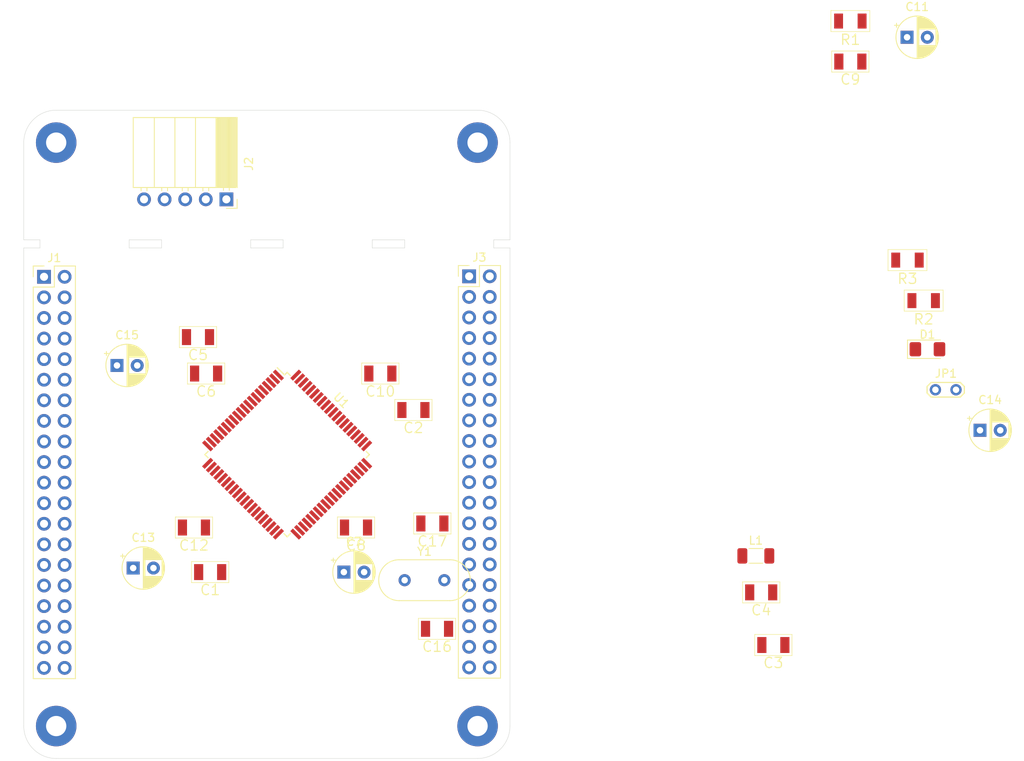
<source format=kicad_pcb>
(kicad_pcb (version 20171130) (host pcbnew "(5.1.10)-1")
  (layers (0 F.Cu signal) (1 In1.Cu power) (2 In2.Cu power) (31 B.Cu signal) (34 B.Paste user) (35 F.Paste user) (36 B.SilkS user) (37 F.SilkS user) (38 B.Mask user) (39 F.Mask user) (44 Edge.Cuts user))
  (net 0 "")
  (net 1 GND)
  (net 2 +5V)
  (net 3 VSSA)
  (net 4 VREF+)
  (net 5 "Net-(C14-Pad1)")
  (net 6 "Net-(C16-Pad1)")
  (net 7 "Net-(C17-Pad2)")
  (net 8 PGC)
  (net 9 PGD)
  (net 10 MCLR)
  (net 11 "Net-(JP1-Pad1)")
  (net 12 RE4)
  (net 13 RE3)
  (net 14 RE2)
  (net 15 RE1)
  (net 16 RE0)
  (net 17 RG0)
  (net 18 RG1)
  (net 19 RF1)
  (net 20 RF0)
  (net 21 RD7)
  (net 22 RD6)
  (net 23 RD5)
  (net 24 RD4)
  (net 25 RD13)
  (net 26 RD12)
  (net 27 RD3)
  (net 28 RD2)
  (net 29 RD1)
  (net 30 RC14)
  (net 31 RC13)
  (net 32 RD0)
  (net 33 RD11)
  (net 34 RD10)
  (net 35 RD9)
  (net 36 RD8)
  (net 37 RA15)
  (net 38 RA14)
  (net 39 RG2)
  (net 40 RG3)
  (net 41 RF6)
  (net 42 RF7)
  (net 43 RF8)
  (net 44 RF2)
  (net 45 RF3)
  (net 46 RF5)
  (net 47 RF4)
  (net 48 RD15)
  (net 49 RD14)
  (net 50 RB15)
  (net 51 RB14)
  (net 52 RB13)
  (net 53 RB12)
  (net 54 RB11)
  (net 55 RB10)
  (net 56 RB9)
  (net 57 RB8)
  (net 58 RB7)
  (net 59 RB6)
  (net 60 RB2)
  (net 61 RB3)
  (net 62 RB4)
  (net 63 RB5)
  (net 64 RE9)
  (net 65 RE8)
  (net 66 RG9)
  (net 67 RG8)
  (net 68 RG7)
  (net 69 RG6)
  (net 70 RC3)
  (net 71 RC1)
  (net 72 RE7)
  (net 73 RE6)
  (net 74 RE5)
  (net 75 "Net-(U1-Pad30)")
  (net 76 "Net-(U1-Pad29)")
  (net 77 "Net-(U1-Pad28)")
  (net 78 "Net-(U1-Pad27)")
  (module MountingHole:MountingHole_2.5mm_Pad (layer F.Cu) (at 189 136)
    (fp_text reference H4 hide)
    (fp_text value MountingHole_Pad)
    (pad 1 thru_hole circle (at 0 0) (size 5 5) (drill 2.5) (layers *.Cu *.Mask) (net 1 GND))
  )
  (module MountingHole:MountingHole_2.5mm_Pad (layer F.Cu) (at 189 64)
    (fp_text reference H3 hide)
    (fp_text value MountingHole_Pad)
    (pad 1 thru_hole circle (at 0 0) (size 5 5) (drill 2.5) (layers *.Cu *.Mask) (net 1 GND))
  )
  (module MountingHole:MountingHole_2.5mm_Pad (layer F.Cu) (at 137 136)
    (fp_text reference H2 hide)
    (fp_text value MountingHole_Pad)
    (pad 1 thru_hole circle (at 0 0) (size 5 5) (drill 2.5) (layers *.Cu *.Mask) (net 1 GND))
  )
  (module MountingHole:MountingHole_2.5mm_Pad (layer F.Cu) (at 137 64)
    (fp_text reference H1 hide)
    (fp_text value MountingHole_Pad)
    (pad 1 thru_hole circle (at 0 0) (size 5 5) (drill 2.5) (layers *.Cu *.Mask) (net 1 GND))
  )
  (module Crystal:Crystal_HC18-U_Vertical (layer F.Cu) (at 180 118)
    (fp_text reference Y1 (at 2.45 -3.525) (layer F.SilkS))
    (fp_text value 10MHz)
    (pad 2 thru_hole circle (at 4.9 0) (size 1.5 1.5) (drill 0.8) (layers *.Cu *.Mask) (net 7 "Net-(C17-Pad2)"))
    (pad 1 thru_hole circle (at 0 0) (size 1.5 1.5) (drill 0.8) (layers *.Cu *.Mask) (net 6 "Net-(C16-Pad1)"))
  )
  (module Package_QFP:TQFP-80_14x14mm_P0.65mm (layer F.Cu) (at 165.5 102.5 315)
    (fp_text reference U1 (at 0 -9.45 135) (layer F.SilkS))
    (fp_text value DSPIC30F6010A-30I_PF)
    (pad 80 smd rect (at -6.175 -7.7 45) (size 1.5 0.45) (layers F.Cu F.Paste F.Mask) (net 12 RE4))
    (pad 79 smd rect (at -5.525 -7.7 45) (size 1.5 0.45) (layers F.Cu F.Paste F.Mask) (net 13 RE3))
    (pad 78 smd rect (at -4.875 -7.7 45) (size 1.5 0.45) (layers F.Cu F.Paste F.Mask) (net 14 RE2))
    (pad 77 smd rect (at -4.225 -7.7 45) (size 1.5 0.45) (layers F.Cu F.Paste F.Mask) (net 15 RE1))
    (pad 76 smd rect (at -3.575 -7.7 45) (size 1.5 0.45) (layers F.Cu F.Paste F.Mask) (net 16 RE0))
    (pad 75 smd rect (at -2.925 -7.7 45) (size 1.5 0.45) (layers F.Cu F.Paste F.Mask) (net 17 RG0))
    (pad 74 smd rect (at -2.275 -7.7 45) (size 1.5 0.45) (layers F.Cu F.Paste F.Mask) (net 18 RG1))
    (pad 73 smd rect (at -1.625 -7.7 45) (size 1.5 0.45) (layers F.Cu F.Paste F.Mask) (net 19 RF1))
    (pad 72 smd rect (at -0.975 -7.7 45) (size 1.5 0.45) (layers F.Cu F.Paste F.Mask) (net 20 RF0))
    (pad 71 smd rect (at -0.325 -7.7 45) (size 1.5 0.45) (layers F.Cu F.Paste F.Mask) (net 2 +5V))
    (pad 70 smd rect (at 0.325 -7.7 45) (size 1.5 0.45) (layers F.Cu F.Paste F.Mask) (net 1 GND))
    (pad 69 smd rect (at 0.975 -7.7 45) (size 1.5 0.45) (layers F.Cu F.Paste F.Mask) (net 21 RD7))
    (pad 68 smd rect (at 1.625 -7.7 45) (size 1.5 0.45) (layers F.Cu F.Paste F.Mask) (net 22 RD6))
    (pad 67 smd rect (at 2.275 -7.7 45) (size 1.5 0.45) (layers F.Cu F.Paste F.Mask) (net 23 RD5))
    (pad 66 smd rect (at 2.925 -7.7 45) (size 1.5 0.45) (layers F.Cu F.Paste F.Mask) (net 24 RD4))
    (pad 65 smd rect (at 3.575 -7.7 45) (size 1.5 0.45) (layers F.Cu F.Paste F.Mask) (net 25 RD13))
    (pad 64 smd rect (at 4.225 -7.7 45) (size 1.5 0.45) (layers F.Cu F.Paste F.Mask) (net 26 RD12))
    (pad 63 smd rect (at 4.875 -7.7 45) (size 1.5 0.45) (layers F.Cu F.Paste F.Mask) (net 27 RD3))
    (pad 62 smd rect (at 5.525 -7.7 45) (size 1.5 0.45) (layers F.Cu F.Paste F.Mask) (net 28 RD2))
    (pad 61 smd rect (at 6.175 -7.7 45) (size 1.5 0.45) (layers F.Cu F.Paste F.Mask) (net 29 RD1))
    (pad 60 smd rect (at 7.7 -6.175 315) (size 1.5 0.45) (layers F.Cu F.Paste F.Mask) (net 30 RC14))
    (pad 59 smd rect (at 7.7 -5.525 315) (size 1.5 0.45) (layers F.Cu F.Paste F.Mask) (net 31 RC13))
    (pad 58 smd rect (at 7.7 -4.875 315) (size 1.5 0.45) (layers F.Cu F.Paste F.Mask) (net 32 RD0))
    (pad 57 smd rect (at 7.7 -4.225 315) (size 1.5 0.45) (layers F.Cu F.Paste F.Mask) (net 33 RD11))
    (pad 56 smd rect (at 7.7 -3.575 315) (size 1.5 0.45) (layers F.Cu F.Paste F.Mask) (net 34 RD10))
    (pad 55 smd rect (at 7.7 -2.925 315) (size 1.5 0.45) (layers F.Cu F.Paste F.Mask) (net 35 RD9))
    (pad 54 smd rect (at 7.7 -2.275 315) (size 1.5 0.45) (layers F.Cu F.Paste F.Mask) (net 36 RD8))
    (pad 53 smd rect (at 7.7 -1.625 315) (size 1.5 0.45) (layers F.Cu F.Paste F.Mask) (net 37 RA15))
    (pad 52 smd rect (at 7.7 -0.975 315) (size 1.5 0.45) (layers F.Cu F.Paste F.Mask) (net 38 RA14))
    (pad 51 smd rect (at 7.7 -0.325 315) (size 1.5 0.45) (layers F.Cu F.Paste F.Mask) (net 1 GND))
    (pad 50 smd rect (at 7.7 0.325 315) (size 1.5 0.45) (layers F.Cu F.Paste F.Mask) (net 6 "Net-(C16-Pad1)"))
    (pad 49 smd rect (at 7.7 0.975 315) (size 1.5 0.45) (layers F.Cu F.Paste F.Mask) (net 7 "Net-(C17-Pad2)"))
    (pad 48 smd rect (at 7.7 1.625 315) (size 1.5 0.45) (layers F.Cu F.Paste F.Mask) (net 2 +5V))
    (pad 47 smd rect (at 7.7 2.275 315) (size 1.5 0.45) (layers F.Cu F.Paste F.Mask) (net 39 RG2))
    (pad 46 smd rect (at 7.7 2.925 315) (size 1.5 0.45) (layers F.Cu F.Paste F.Mask) (net 40 RG3))
    (pad 45 smd rect (at 7.7 3.575 315) (size 1.5 0.45) (layers F.Cu F.Paste F.Mask) (net 41 RF6))
    (pad 44 smd rect (at 7.7 4.225 315) (size 1.5 0.45) (layers F.Cu F.Paste F.Mask) (net 42 RF7))
    (pad 43 smd rect (at 7.7 4.875 315) (size 1.5 0.45) (layers F.Cu F.Paste F.Mask) (net 43 RF8))
    (pad 42 smd rect (at 7.7 5.525 315) (size 1.5 0.45) (layers F.Cu F.Paste F.Mask) (net 44 RF2))
    (pad 41 smd rect (at 7.7 6.175 315) (size 1.5 0.45) (layers F.Cu F.Paste F.Mask) (net 45 RF3))
    (pad 40 smd rect (at 6.175 7.7 45) (size 1.5 0.45) (layers F.Cu F.Paste F.Mask) (net 46 RF5))
    (pad 39 smd rect (at 5.525 7.7 45) (size 1.5 0.45) (layers F.Cu F.Paste F.Mask) (net 47 RF4))
    (pad 38 smd rect (at 4.875 7.7 45) (size 1.5 0.45) (layers F.Cu F.Paste F.Mask) (net 48 RD15))
    (pad 37 smd rect (at 4.225 7.7 45) (size 1.5 0.45) (layers F.Cu F.Paste F.Mask) (net 49 RD14))
    (pad 36 smd rect (at 3.575 7.7 45) (size 1.5 0.45) (layers F.Cu F.Paste F.Mask) (net 50 RB15))
    (pad 35 smd rect (at 2.925 7.7 45) (size 1.5 0.45) (layers F.Cu F.Paste F.Mask) (net 51 RB14))
    (pad 34 smd rect (at 2.275 7.7 45) (size 1.5 0.45) (layers F.Cu F.Paste F.Mask) (net 52 RB13))
    (pad 33 smd rect (at 1.625 7.7 45) (size 1.5 0.45) (layers F.Cu F.Paste F.Mask) (net 53 RB12))
    (pad 32 smd rect (at 0.975 7.7 45) (size 1.5 0.45) (layers F.Cu F.Paste F.Mask) (net 2 +5V))
    (pad 31 smd rect (at 0.325 7.7 45) (size 1.5 0.45) (layers F.Cu F.Paste F.Mask) (net 1 GND))
    (pad 30 smd rect (at -0.325 7.7 45) (size 1.5 0.45) (layers F.Cu F.Paste F.Mask) (net 75 "Net-(U1-Pad30)"))
    (pad 29 smd rect (at -0.975 7.7 45) (size 1.5 0.45) (layers F.Cu F.Paste F.Mask) (net 76 "Net-(U1-Pad29)"))
    (pad 28 smd rect (at -1.625 7.7 45) (size 1.5 0.45) (layers F.Cu F.Paste F.Mask) (net 77 "Net-(U1-Pad28)"))
    (pad 27 smd rect (at -2.275 7.7 45) (size 1.5 0.45) (layers F.Cu F.Paste F.Mask) (net 78 "Net-(U1-Pad27)"))
    (pad 26 smd rect (at -2.925 7.7 45) (size 1.5 0.45) (layers F.Cu F.Paste F.Mask) (net 3 VSSA))
    (pad 25 smd rect (at -3.575 7.7 45) (size 1.5 0.45) (layers F.Cu F.Paste F.Mask) (net 2 +5V))
    (pad 24 smd rect (at -4.225 7.7 45) (size 1.5 0.45) (layers F.Cu F.Paste F.Mask) (net 4 VREF+))
    (pad 23 smd rect (at -4.875 7.7 45) (size 1.5 0.45) (layers F.Cu F.Paste F.Mask) (net 3 VSSA))
    (pad 22 smd rect (at -5.525 7.7 45) (size 1.5 0.45) (layers F.Cu F.Paste F.Mask) (net 58 RB7))
    (pad 21 smd rect (at -6.175 7.7 45) (size 1.5 0.45) (layers F.Cu F.Paste F.Mask) (net 59 RB6))
    (pad 20 smd rect (at -7.7 6.175 315) (size 1.5 0.45) (layers F.Cu F.Paste F.Mask) (net 9 PGD))
    (pad 19 smd rect (at -7.7 5.525 315) (size 1.5 0.45) (layers F.Cu F.Paste F.Mask) (net 8 PGC))
    (pad 18 smd rect (at -7.7 4.875 315) (size 1.5 0.45) (layers F.Cu F.Paste F.Mask) (net 60 RB2))
    (pad 17 smd rect (at -7.7 4.225 315) (size 1.5 0.45) (layers F.Cu F.Paste F.Mask) (net 61 RB3))
    (pad 16 smd rect (at -7.7 3.575 315) (size 1.5 0.45) (layers F.Cu F.Paste F.Mask) (net 62 RB4))
    (pad 15 smd rect (at -7.7 2.925 315) (size 1.5 0.45) (layers F.Cu F.Paste F.Mask) (net 63 RB5))
    (pad 14 smd rect (at -7.7 2.275 315) (size 1.5 0.45) (layers F.Cu F.Paste F.Mask) (net 64 RE9))
    (pad 13 smd rect (at -7.7 1.625 315) (size 1.5 0.45) (layers F.Cu F.Paste F.Mask) (net 65 RE8))
    (pad 12 smd rect (at -7.7 0.975 315) (size 1.5 0.45) (layers F.Cu F.Paste F.Mask) (net 2 +5V))
    (pad 11 smd rect (at -7.7 0.325 315) (size 1.5 0.45) (layers F.Cu F.Paste F.Mask) (net 1 GND))
    (pad 10 smd rect (at -7.7 -0.325 315) (size 1.5 0.45) (layers F.Cu F.Paste F.Mask) (net 66 RG9))
    (pad 9 smd rect (at -7.7 -0.975 315) (size 1.5 0.45) (layers F.Cu F.Paste F.Mask) (net 10 MCLR))
    (pad 8 smd rect (at -7.7 -1.625 315) (size 1.5 0.45) (layers F.Cu F.Paste F.Mask) (net 67 RG8))
    (pad 7 smd rect (at -7.7 -2.275 315) (size 1.5 0.45) (layers F.Cu F.Paste F.Mask) (net 68 RG7))
    (pad 6 smd rect (at -7.7 -2.925 315) (size 1.5 0.45) (layers F.Cu F.Paste F.Mask) (net 69 RG6))
    (pad 5 smd rect (at -7.7 -3.575 315) (size 1.5 0.45) (layers F.Cu F.Paste F.Mask) (net 70 RC3))
    (pad 4 smd rect (at -7.7 -4.225 315) (size 1.5 0.45) (layers F.Cu F.Paste F.Mask) (net 71 RC1))
    (pad 3 smd rect (at -7.7 -4.875 315) (size 1.5 0.45) (layers F.Cu F.Paste F.Mask) (net 72 RE7))
    (pad 2 smd rect (at -7.7 -5.525 315) (size 1.5 0.45) (layers F.Cu F.Paste F.Mask) (net 73 RE6))
    (pad 1 smd rect (at -7.7 -6.175 315) (size 1.5 0.45) (layers F.Cu F.Paste F.Mask) (net 74 RE5))
  )
  (module ComponentSearchEngine:RESC3016X65N (layer F.Cu) (at 242.05 78.5)
    (fp_text reference R3 (at 0 2.3) (layer F.SilkS) (effects (font (size 1.27 1.27))))
    (fp_text value 470E,1206 hide)
    (pad 2 smd rect (at 1.45 0) (size 1.1 1.85) (layers F.Cu F.Paste F.Mask) (net 5 "Net-(C14-Pad1)"))
    (pad 1 smd rect (at -1.45 0) (size 1.1 1.85) (layers F.Cu F.Paste F.Mask) (net 11 "Net-(JP1-Pad1)"))
  )
  (module ComponentSearchEngine:RESC3016X65N (layer F.Cu) (at 244.05 83.5)
    (fp_text reference R2 (at 0 2.3) (layer F.SilkS) (effects (font (size 1.27 1.27))))
    (fp_text value 22K,1206 hide)
    (pad 2 smd rect (at 1.45 0) (size 1.1 1.85) (layers F.Cu F.Paste F.Mask) (net 2 +5V))
    (pad 1 smd rect (at -1.45 0) (size 1.1 1.85) (layers F.Cu F.Paste F.Mask) (net 5 "Net-(C14-Pad1)"))
  )
  (module ComponentSearchEngine:RESC3016X65N (layer F.Cu) (at 235 49)
    (fp_text reference R1 (at 0 2.3) (layer F.SilkS) (effects (font (size 1.27 1.27))))
    (fp_text value 10E,1206 hide)
    (pad 2 smd rect (at 1.45 0) (size 1.1 1.85) (layers F.Cu F.Paste F.Mask) (net 4 VREF+))
    (pad 1 smd rect (at -1.45 0) (size 1.1 1.85) (layers F.Cu F.Paste F.Mask) (net 2 +5V))
  )
  (module Inductor_SMD:L_1206_3216Metric_Pad1.22x1.90mm_HandSolder (layer F.Cu) (at 223.3375 115)
    (fp_text reference L1 (at 0 -1.9) (layer F.SilkS))
    (fp_text value 0E,1206)
    (pad 2 smd roundrect (at 1.6625 0) (size 1.225 1.9) (layers F.Cu F.Paste F.Mask) (roundrect_rratio 0.204082) (net 1 GND))
    (pad 1 smd roundrect (at -1.6625 0) (size 1.225 1.9) (layers F.Cu F.Paste F.Mask) (roundrect_rratio 0.204082) (net 3 VSSA))
  )
  (module TestPoint:TestPoint_2Pads_Pitch2.54mm_Drill0.8mm (layer F.Cu) (at 245.5 94.5)
    (fp_text reference JP1 (at 1.3 -2) (layer F.SilkS))
    (fp_text value Jumper)
    (pad 2 thru_hole circle (at 2.54 0) (size 1.4 1.4) (drill 0.8) (layers *.Cu *.Mask) (net 10 MCLR))
    (pad 1 thru_hole circle (at 0 0) (size 1.4 1.4) (drill 0.8) (layers *.Cu *.Mask) (net 11 "Net-(JP1-Pad1)"))
  )
  (module Connector_PinHeader_2.54mm:PinHeader_2x20_P2.54mm_Vertical (layer F.Cu) (at 187.96 80.5)
    (fp_text reference J3 (at 1.27 -2.33) (layer F.SilkS))
    (fp_text value "Right Berg Strip")
    (pad 40 thru_hole oval (at 2.54 48.26) (size 1.7 1.7) (drill 1) (layers *.Cu *.Mask) (net 1 GND))
    (pad 39 thru_hole oval (at 0 48.26) (size 1.7 1.7) (drill 1) (layers *.Cu *.Mask) (net 1 GND))
    (pad 38 thru_hole oval (at 2.54 45.72) (size 1.7 1.7) (drill 1) (layers *.Cu *.Mask) (net 1 GND))
    (pad 37 thru_hole oval (at 0 45.72) (size 1.7 1.7) (drill 1) (layers *.Cu *.Mask) (net 1 GND))
    (pad 36 thru_hole oval (at 2.54 43.18) (size 1.7 1.7) (drill 1) (layers *.Cu *.Mask) (net 45 RF3))
    (pad 35 thru_hole oval (at 0 43.18) (size 1.7 1.7) (drill 1) (layers *.Cu *.Mask) (net 44 RF2))
    (pad 34 thru_hole oval (at 2.54 40.64) (size 1.7 1.7) (drill 1) (layers *.Cu *.Mask) (net 43 RF8))
    (pad 33 thru_hole oval (at 0 40.64) (size 1.7 1.7) (drill 1) (layers *.Cu *.Mask) (net 42 RF7))
    (pad 32 thru_hole oval (at 2.54 38.1) (size 1.7 1.7) (drill 1) (layers *.Cu *.Mask) (net 41 RF6))
    (pad 31 thru_hole oval (at 0 38.1) (size 1.7 1.7) (drill 1) (layers *.Cu *.Mask) (net 40 RG3))
    (pad 30 thru_hole oval (at 2.54 35.56) (size 1.7 1.7) (drill 1) (layers *.Cu *.Mask) (net 39 RG2))
    (pad 29 thru_hole oval (at 0 35.56) (size 1.7 1.7) (drill 1) (layers *.Cu *.Mask) (net 38 RA14))
    (pad 28 thru_hole oval (at 2.54 33.02) (size 1.7 1.7) (drill 1) (layers *.Cu *.Mask) (net 37 RA15))
    (pad 27 thru_hole oval (at 0 33.02) (size 1.7 1.7) (drill 1) (layers *.Cu *.Mask) (net 36 RD8))
    (pad 26 thru_hole oval (at 2.54 30.48) (size 1.7 1.7) (drill 1) (layers *.Cu *.Mask) (net 35 RD9))
    (pad 25 thru_hole oval (at 0 30.48) (size 1.7 1.7) (drill 1) (layers *.Cu *.Mask) (net 34 RD10))
    (pad 24 thru_hole oval (at 2.54 27.94) (size 1.7 1.7) (drill 1) (layers *.Cu *.Mask) (net 33 RD11))
    (pad 23 thru_hole oval (at 0 27.94) (size 1.7 1.7) (drill 1) (layers *.Cu *.Mask) (net 32 RD0))
    (pad 22 thru_hole oval (at 2.54 25.4) (size 1.7 1.7) (drill 1) (layers *.Cu *.Mask) (net 31 RC13))
    (pad 21 thru_hole oval (at 0 25.4) (size 1.7 1.7) (drill 1) (layers *.Cu *.Mask) (net 30 RC14))
    (pad 20 thru_hole oval (at 2.54 22.86) (size 1.7 1.7) (drill 1) (layers *.Cu *.Mask) (net 29 RD1))
    (pad 19 thru_hole oval (at 0 22.86) (size 1.7 1.7) (drill 1) (layers *.Cu *.Mask) (net 28 RD2))
    (pad 18 thru_hole oval (at 2.54 20.32) (size 1.7 1.7) (drill 1) (layers *.Cu *.Mask) (net 27 RD3))
    (pad 17 thru_hole oval (at 0 20.32) (size 1.7 1.7) (drill 1) (layers *.Cu *.Mask) (net 26 RD12))
    (pad 16 thru_hole oval (at 2.54 17.78) (size 1.7 1.7) (drill 1) (layers *.Cu *.Mask) (net 25 RD13))
    (pad 15 thru_hole oval (at 0 17.78) (size 1.7 1.7) (drill 1) (layers *.Cu *.Mask) (net 24 RD4))
    (pad 14 thru_hole oval (at 2.54 15.24) (size 1.7 1.7) (drill 1) (layers *.Cu *.Mask) (net 23 RD5))
    (pad 13 thru_hole oval (at 0 15.24) (size 1.7 1.7) (drill 1) (layers *.Cu *.Mask) (net 22 RD6))
    (pad 12 thru_hole oval (at 2.54 12.7) (size 1.7 1.7) (drill 1) (layers *.Cu *.Mask) (net 21 RD7))
    (pad 11 thru_hole oval (at 0 12.7) (size 1.7 1.7) (drill 1) (layers *.Cu *.Mask) (net 20 RF0))
    (pad 10 thru_hole oval (at 2.54 10.16) (size 1.7 1.7) (drill 1) (layers *.Cu *.Mask) (net 19 RF1))
    (pad 9 thru_hole oval (at 0 10.16) (size 1.7 1.7) (drill 1) (layers *.Cu *.Mask) (net 18 RG1))
    (pad 8 thru_hole oval (at 2.54 7.62) (size 1.7 1.7) (drill 1) (layers *.Cu *.Mask) (net 17 RG0))
    (pad 7 thru_hole oval (at 0 7.62) (size 1.7 1.7) (drill 1) (layers *.Cu *.Mask) (net 16 RE0))
    (pad 6 thru_hole oval (at 2.54 5.08) (size 1.7 1.7) (drill 1) (layers *.Cu *.Mask) (net 15 RE1))
    (pad 5 thru_hole oval (at 0 5.08) (size 1.7 1.7) (drill 1) (layers *.Cu *.Mask) (net 14 RE2))
    (pad 4 thru_hole oval (at 2.54 2.54) (size 1.7 1.7) (drill 1) (layers *.Cu *.Mask) (net 13 RE3))
    (pad 3 thru_hole oval (at 0 2.54) (size 1.7 1.7) (drill 1) (layers *.Cu *.Mask) (net 12 RE4))
    (pad 2 thru_hole oval (at 2.54 0) (size 1.7 1.7) (drill 1) (layers *.Cu *.Mask) (net 1 GND))
    (pad 1 thru_hole rect (at 0 0) (size 1.7 1.7) (drill 1) (layers *.Cu *.Mask) (net 1 GND))
  )
  (module Connector_PinSocket_2.54mm:PinSocket_1x05_P2.54mm_Horizontal (layer F.Cu) (at 158 71 270)
    (fp_text reference J2 (at -4.38 -2.77 90) (layer F.SilkS))
    (fp_text value "PICkit connector")
    (pad 5 thru_hole oval (at 0 10.16 270) (size 1.7 1.7) (drill 1) (layers *.Cu *.Mask) (net 8 PGC))
    (pad 4 thru_hole oval (at 0 7.62 270) (size 1.7 1.7) (drill 1) (layers *.Cu *.Mask) (net 9 PGD))
    (pad 3 thru_hole oval (at 0 5.08 270) (size 1.7 1.7) (drill 1) (layers *.Cu *.Mask) (net 1 GND))
    (pad 2 thru_hole oval (at 0 2.54 270) (size 1.7 1.7) (drill 1) (layers *.Cu *.Mask) (net 2 +5V))
    (pad 1 thru_hole rect (at 0 0 270) (size 1.7 1.7) (drill 1) (layers *.Cu *.Mask) (net 10 MCLR))
  )
  (module Connector_PinHeader_2.54mm:PinHeader_2x20_P2.54mm_Vertical (layer F.Cu) (at 135.5 80.56)
    (fp_text reference J1 (at 1.27 -2.33) (layer F.SilkS))
    (fp_text value "Left Berg Strip")
    (pad 40 thru_hole oval (at 2.54 48.26) (size 1.7 1.7) (drill 1) (layers *.Cu *.Mask) (net 1 GND))
    (pad 39 thru_hole oval (at 0 48.26) (size 1.7 1.7) (drill 1) (layers *.Cu *.Mask) (net 1 GND))
    (pad 38 thru_hole oval (at 2.54 45.72) (size 1.7 1.7) (drill 1) (layers *.Cu *.Mask) (net 1 GND))
    (pad 37 thru_hole oval (at 0 45.72) (size 1.7 1.7) (drill 1) (layers *.Cu *.Mask) (net 1 GND))
    (pad 36 thru_hole oval (at 2.54 43.18) (size 1.7 1.7) (drill 1) (layers *.Cu *.Mask) (net 47 RF4))
    (pad 35 thru_hole oval (at 0 43.18) (size 1.7 1.7) (drill 1) (layers *.Cu *.Mask) (net 46 RF5))
    (pad 34 thru_hole oval (at 2.54 40.64) (size 1.7 1.7) (drill 1) (layers *.Cu *.Mask) (net 49 RD14))
    (pad 33 thru_hole oval (at 0 40.64) (size 1.7 1.7) (drill 1) (layers *.Cu *.Mask) (net 48 RD15))
    (pad 32 thru_hole oval (at 2.54 38.1) (size 1.7 1.7) (drill 1) (layers *.Cu *.Mask) (net 51 RB14))
    (pad 31 thru_hole oval (at 0 38.1) (size 1.7 1.7) (drill 1) (layers *.Cu *.Mask) (net 50 RB15))
    (pad 30 thru_hole oval (at 2.54 35.56) (size 1.7 1.7) (drill 1) (layers *.Cu *.Mask) (net 53 RB12))
    (pad 29 thru_hole oval (at 0 35.56) (size 1.7 1.7) (drill 1) (layers *.Cu *.Mask) (net 52 RB13))
    (pad 28 thru_hole oval (at 2.54 33.02) (size 1.7 1.7) (drill 1) (layers *.Cu *.Mask) (net 55 RB10))
    (pad 27 thru_hole oval (at 0 33.02) (size 1.7 1.7) (drill 1) (layers *.Cu *.Mask) (net 54 RB11))
    (pad 26 thru_hole oval (at 2.54 30.48) (size 1.7 1.7) (drill 1) (layers *.Cu *.Mask) (net 57 RB8))
    (pad 25 thru_hole oval (at 0 30.48) (size 1.7 1.7) (drill 1) (layers *.Cu *.Mask) (net 56 RB9))
    (pad 24 thru_hole oval (at 2.54 27.94) (size 1.7 1.7) (drill 1) (layers *.Cu *.Mask) (net 1 GND))
    (pad 23 thru_hole oval (at 0 27.94) (size 1.7 1.7) (drill 1) (layers *.Cu *.Mask) (net 58 RB7))
    (pad 22 thru_hole oval (at 2.54 25.4) (size 1.7 1.7) (drill 1) (layers *.Cu *.Mask) (net 1 GND))
    (pad 21 thru_hole oval (at 0 25.4) (size 1.7 1.7) (drill 1) (layers *.Cu *.Mask) (net 1 GND))
    (pad 20 thru_hole oval (at 2.54 22.86) (size 1.7 1.7) (drill 1) (layers *.Cu *.Mask) (net 59 RB6))
    (pad 19 thru_hole oval (at 0 22.86) (size 1.7 1.7) (drill 1) (layers *.Cu *.Mask) (net 60 RB2))
    (pad 18 thru_hole oval (at 2.54 20.32) (size 1.7 1.7) (drill 1) (layers *.Cu *.Mask) (net 61 RB3))
    (pad 17 thru_hole oval (at 0 20.32) (size 1.7 1.7) (drill 1) (layers *.Cu *.Mask) (net 62 RB4))
    (pad 16 thru_hole oval (at 2.54 17.78) (size 1.7 1.7) (drill 1) (layers *.Cu *.Mask) (net 63 RB5))
    (pad 15 thru_hole oval (at 0 17.78) (size 1.7 1.7) (drill 1) (layers *.Cu *.Mask) (net 64 RE9))
    (pad 14 thru_hole oval (at 2.54 15.24) (size 1.7 1.7) (drill 1) (layers *.Cu *.Mask) (net 65 RE8))
    (pad 13 thru_hole oval (at 0 15.24) (size 1.7 1.7) (drill 1) (layers *.Cu *.Mask) (net 66 RG9))
    (pad 12 thru_hole oval (at 2.54 12.7) (size 1.7 1.7) (drill 1) (layers *.Cu *.Mask) (net 67 RG8))
    (pad 11 thru_hole oval (at 0 12.7) (size 1.7 1.7) (drill 1) (layers *.Cu *.Mask) (net 68 RG7))
    (pad 10 thru_hole oval (at 2.54 10.16) (size 1.7 1.7) (drill 1) (layers *.Cu *.Mask) (net 69 RG6))
    (pad 9 thru_hole oval (at 0 10.16) (size 1.7 1.7) (drill 1) (layers *.Cu *.Mask) (net 70 RC3))
    (pad 8 thru_hole oval (at 2.54 7.62) (size 1.7 1.7) (drill 1) (layers *.Cu *.Mask) (net 71 RC1))
    (pad 7 thru_hole oval (at 0 7.62) (size 1.7 1.7) (drill 1) (layers *.Cu *.Mask) (net 72 RE7))
    (pad 6 thru_hole oval (at 2.54 5.08) (size 1.7 1.7) (drill 1) (layers *.Cu *.Mask) (net 73 RE6))
    (pad 5 thru_hole oval (at 0 5.08) (size 1.7 1.7) (drill 1) (layers *.Cu *.Mask) (net 74 RE5))
    (pad 4 thru_hole oval (at 2.54 2.54) (size 1.7 1.7) (drill 1) (layers *.Cu *.Mask) (net 1 GND))
    (pad 3 thru_hole oval (at 0 2.54) (size 1.7 1.7) (drill 1) (layers *.Cu *.Mask) (net 1 GND))
    (pad 2 thru_hole oval (at 2.54 0) (size 1.7 1.7) (drill 1) (layers *.Cu *.Mask) (net 1 GND))
    (pad 1 thru_hole rect (at 0 0) (size 1.7 1.7) (drill 1) (layers *.Cu *.Mask) (net 1 GND))
  )
  (module Diode_SMD:D_1206_3216Metric_Pad1.42x1.75mm_HandSolder (layer F.Cu) (at 244.5125 89.5)
    (fp_text reference D1 (at 0 -1.82) (layer F.SilkS))
    (fp_text value CLL4148)
    (pad 2 smd roundrect (at 1.4875 0) (size 1.425 1.75) (layers F.Cu F.Paste F.Mask) (roundrect_rratio 0.175439) (net 5 "Net-(C14-Pad1)"))
    (pad 1 smd roundrect (at -1.4875 0) (size 1.425 1.75) (layers F.Cu F.Paste F.Mask) (roundrect_rratio 0.175439) (net 2 +5V))
  )
  (module ComponentSearchEngine:CAPC3216X170N (layer F.Cu) (at 183.42 111)
    (fp_text reference C17 (at 0 2.2) (layer F.SilkS) (effects (font (size 1.27 1.27))))
    (fp_text value 22pF,1206 hide)
    (pad 2 smd rect (at 1.42 0) (size 1.13 1.97) (layers F.Cu F.Paste F.Mask) (net 7 "Net-(C17-Pad2)"))
    (pad 1 smd rect (at -1.42 0) (size 1.13 1.97) (layers F.Cu F.Paste F.Mask) (net 1 GND))
  )
  (module ComponentSearchEngine:CAPC3216X170N (layer F.Cu) (at 184 124)
    (fp_text reference C16 (at 0 2.2) (layer F.SilkS) (effects (font (size 1.27 1.27))))
    (fp_text value 22pF,1206 hide)
    (pad 2 smd rect (at 1.42 0) (size 1.13 1.97) (layers F.Cu F.Paste F.Mask) (net 1 GND))
    (pad 1 smd rect (at -1.42 0) (size 1.13 1.97) (layers F.Cu F.Paste F.Mask) (net 6 "Net-(C16-Pad1)"))
  )
  (module Capacitor_THT:CP_Radial_D5.0mm_P2.50mm (layer F.Cu) (at 144.5 91.5)
    (fp_text reference C15 (at 1.25 -3.75) (layer F.SilkS))
    (fp_text value "1uF, 25V")
    (pad 2 thru_hole circle (at 2.5 0) (size 1.6 1.6) (drill 0.8) (layers *.Cu *.Mask) (net 1 GND))
    (pad 1 thru_hole rect (at 0 0) (size 1.6 1.6) (drill 0.8) (layers *.Cu *.Mask) (net 2 +5V))
  )
  (module Capacitor_THT:CP_Radial_D5.0mm_P2.50mm (layer F.Cu) (at 251 99.5)
    (fp_text reference C14 (at 1.25 -3.75) (layer F.SilkS))
    (fp_text value "2.2uF, 25V")
    (pad 2 thru_hole circle (at 2.5 0) (size 1.6 1.6) (drill 0.8) (layers *.Cu *.Mask) (net 1 GND))
    (pad 1 thru_hole rect (at 0 0) (size 1.6 1.6) (drill 0.8) (layers *.Cu *.Mask) (net 5 "Net-(C14-Pad1)"))
  )
  (module Capacitor_THT:CP_Radial_D5.0mm_P2.50mm (layer F.Cu) (at 146.5 116.5)
    (fp_text reference C13 (at 1.25 -3.75) (layer F.SilkS))
    (fp_text value "1uF, 25V")
    (pad 2 thru_hole circle (at 2.5 0) (size 1.6 1.6) (drill 0.8) (layers *.Cu *.Mask) (net 1 GND))
    (pad 1 thru_hole rect (at 0 0) (size 1.6 1.6) (drill 0.8) (layers *.Cu *.Mask) (net 2 +5V))
  )
  (module ComponentSearchEngine:CAPC3216X170N (layer F.Cu) (at 154 111.5)
    (fp_text reference C12 (at 0 2.2) (layer F.SilkS) (effects (font (size 1.27 1.27))))
    (fp_text value 104,1206 hide)
    (pad 2 smd rect (at 1.42 0) (size 1.13 1.97) (layers F.Cu F.Paste F.Mask) (net 1 GND))
    (pad 1 smd rect (at -1.42 0) (size 1.13 1.97) (layers F.Cu F.Paste F.Mask) (net 2 +5V))
  )
  (module Capacitor_THT:CP_Radial_D5.0mm_P2.50mm (layer F.Cu) (at 242 51)
    (fp_text reference C11 (at 1.25 -3.75) (layer F.SilkS))
    (fp_text value 2.2uF)
    (pad 2 thru_hole circle (at 2.5 0) (size 1.6 1.6) (drill 0.8) (layers *.Cu *.Mask) (net 1 GND))
    (pad 1 thru_hole rect (at 0 0) (size 1.6 1.6) (drill 0.8) (layers *.Cu *.Mask) (net 4 VREF+))
  )
  (module ComponentSearchEngine:CAPC3216X170N (layer F.Cu) (at 177 92.5)
    (fp_text reference C10 (at 0 2.2) (layer F.SilkS) (effects (font (size 1.27 1.27))))
    (fp_text value 104,1206 hide)
    (pad 2 smd rect (at 1.42 0) (size 1.13 1.97) (layers F.Cu F.Paste F.Mask) (net 1 GND))
    (pad 1 smd rect (at -1.42 0) (size 1.13 1.97) (layers F.Cu F.Paste F.Mask) (net 2 +5V))
  )
  (module ComponentSearchEngine:CAPC3216X170N (layer F.Cu) (at 235 54)
    (fp_text reference C9 (at 0 2.2) (layer F.SilkS) (effects (font (size 1.27 1.27))))
    (fp_text value 0.01uF,1206 hide)
    (pad 2 smd rect (at 1.42 0) (size 1.13 1.97) (layers F.Cu F.Paste F.Mask) (net 1 GND))
    (pad 1 smd rect (at -1.42 0) (size 1.13 1.97) (layers F.Cu F.Paste F.Mask) (net 4 VREF+))
  )
  (module ComponentSearchEngine:CAPC3216X170N (layer F.Cu) (at 174 111.5)
    (fp_text reference C8 (at 0 2.2) (layer F.SilkS) (effects (font (size 1.27 1.27))))
    (fp_text value 104,1206 hide)
    (pad 2 smd rect (at 1.42 0) (size 1.13 1.97) (layers F.Cu F.Paste F.Mask) (net 1 GND))
    (pad 1 smd rect (at -1.42 0) (size 1.13 1.97) (layers F.Cu F.Paste F.Mask) (net 2 +5V))
  )
  (module Capacitor_THT:CP_Radial_D5.0mm_P2.50mm (layer F.Cu) (at 172.5 117)
    (fp_text reference C7 (at 1.25 -3.75) (layer F.SilkS))
    (fp_text value "1uF, 25V")
    (pad 2 thru_hole circle (at 2.5 0) (size 1.6 1.6) (drill 0.8) (layers *.Cu *.Mask) (net 1 GND))
    (pad 1 thru_hole rect (at 0 0) (size 1.6 1.6) (drill 0.8) (layers *.Cu *.Mask) (net 2 +5V))
  )
  (module ComponentSearchEngine:CAPC3216X170N (layer F.Cu) (at 155.5 92.5)
    (fp_text reference C6 (at 0 2.2) (layer F.SilkS) (effects (font (size 1.27 1.27))))
    (fp_text value 104,1206 hide)
    (pad 2 smd rect (at 1.42 0) (size 1.13 1.97) (layers F.Cu F.Paste F.Mask) (net 1 GND))
    (pad 1 smd rect (at -1.42 0) (size 1.13 1.97) (layers F.Cu F.Paste F.Mask) (net 2 +5V))
  )
  (module ComponentSearchEngine:CAPC3216X170N (layer F.Cu) (at 154.5 88)
    (fp_text reference C5 (at 0 2.2) (layer F.SilkS) (effects (font (size 1.27 1.27))))
    (fp_text value 103,1206 hide)
    (pad 2 smd rect (at 1.42 0) (size 1.13 1.97) (layers F.Cu F.Paste F.Mask) (net 1 GND))
    (pad 1 smd rect (at -1.42 0) (size 1.13 1.97) (layers F.Cu F.Paste F.Mask) (net 2 +5V))
  )
  (module ComponentSearchEngine:CAPC3216X170N (layer F.Cu) (at 224 119.5)
    (fp_text reference C4 (at 0 2.2) (layer F.SilkS) (effects (font (size 1.27 1.27))))
    (fp_text value 104,1206 hide)
    (pad 2 smd rect (at 1.42 0) (size 1.13 1.97) (layers F.Cu F.Paste F.Mask) (net 2 +5V))
    (pad 1 smd rect (at -1.42 0) (size 1.13 1.97) (layers F.Cu F.Paste F.Mask) (net 3 VSSA))
  )
  (module ComponentSearchEngine:CAPC3216X170N (layer F.Cu) (at 225.5 126)
    (fp_text reference C3 (at 0 2.2) (layer F.SilkS) (effects (font (size 1.27 1.27))))
    (fp_text value 103,1206 hide)
    (pad 2 smd rect (at 1.42 0) (size 1.13 1.97) (layers F.Cu F.Paste F.Mask) (net 2 +5V))
    (pad 1 smd rect (at -1.42 0) (size 1.13 1.97) (layers F.Cu F.Paste F.Mask) (net 3 VSSA))
  )
  (module ComponentSearchEngine:CAPC3216X170N (layer F.Cu) (at 181.08 97)
    (fp_text reference C2 (at 0 2.2) (layer F.SilkS) (effects (font (size 1.27 1.27))))
    (fp_text value 103,1206 hide)
    (pad 2 smd rect (at 1.42 0) (size 1.13 1.97) (layers F.Cu F.Paste F.Mask) (net 1 GND))
    (pad 1 smd rect (at -1.42 0) (size 1.13 1.97) (layers F.Cu F.Paste F.Mask) (net 2 +5V))
  )
  (module ComponentSearchEngine:CAPC3216X170N (layer F.Cu) (at 156 117)
    (fp_text reference C1 (at 0 2.2) (layer F.SilkS) (effects (font (size 1.27 1.27))))
    (fp_text value 103,1206 hide)
    (pad 2 smd rect (at 1.42 0) (size 1.13 1.97) (layers F.Cu F.Paste F.Mask) (net 1 GND))
    (pad 1 smd rect (at -1.42 0) (size 1.13 1.97) (layers F.Cu F.Paste F.Mask) (net 2 +5V))
  )
  (gr_line (start 146 77) (end 150 77) (layer Edge.Cuts) (width 0.05))
  (gr_line (start 146 77) (end 146 76) (layer Edge.Cuts) (width 0.05))
  (gr_line (start 150 77) (end 150 76) (layer Edge.Cuts) (width 0.05))
  (gr_line (start 146 76) (end 150 76) (layer Edge.Cuts) (width 0.05))
  (gr_line (start 176 77) (end 180 77) (layer Edge.Cuts) (width 0.05))
  (gr_line (start 176 77) (end 176 76) (layer Edge.Cuts) (width 0.05))
  (gr_line (start 180 77) (end 180 76) (layer Edge.Cuts) (width 0.05))
  (gr_line (start 176 76) (end 180 76) (layer Edge.Cuts) (width 0.05))
  (gr_line (start 133 76) (end 133 64) (layer Edge.Cuts) (width 0.05))
  (gr_line (start 135 76) (end 133 76) (layer Edge.Cuts) (width 0.05))
  (gr_line (start 133 77) (end 135 77) (layer Edge.Cuts) (width 0.05))
  (gr_line (start 133 136) (end 133 77) (layer Edge.Cuts) (width 0.05))
  (gr_line (start 193 77) (end 193 136) (layer Edge.Cuts) (width 0.05))
  (gr_line (start 191 77) (end 193 77) (layer Edge.Cuts) (width 0.05))
  (gr_line (start 193 76) (end 191 76) (layer Edge.Cuts) (width 0.05))
  (gr_line (start 193 64) (end 193 76) (layer Edge.Cuts) (width 0.05))
  (gr_line (start 161 77) (end 165 77) (layer Edge.Cuts) (width 0.05))
  (gr_line (start 161 76) (end 165 76) (layer Edge.Cuts) (width 0.05))
  (gr_line (start 165 77) (end 165 76) (layer Edge.Cuts) (width 0.05))
  (gr_line (start 161 77) (end 161 76) (layer Edge.Cuts) (width 0.05))
  (gr_line (start 191 76) (end 191 77) (layer Edge.Cuts) (width 0.05))
  (gr_line (start 135 76) (end 135 77) (layer Edge.Cuts) (width 0.05))
  (gr_line (start 137 140) (end 189 140) (layer Edge.Cuts) (width 0.05))
  (gr_line (start 137 60) (end 189 60) (layer Edge.Cuts) (width 0.05))
  (gr_arc (start 189 64) (end 193 64) (angle -90) (layer Edge.Cuts) (width 0.05))
  (gr_arc (start 137 64) (end 137 60) (angle -90) (layer Edge.Cuts) (width 0.05))
  (gr_arc (start 189 136) (end 189 140) (angle -90) (layer Edge.Cuts) (width 0.05))
  (gr_arc (start 137 136) (end 133 136) (angle -90) (layer Edge.Cuts) (width 0.05))
)
</source>
